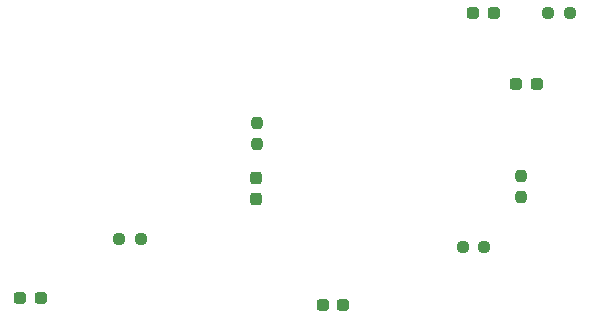
<source format=gbr>
%TF.GenerationSoftware,KiCad,Pcbnew,(6.0.1-0)*%
%TF.CreationDate,2022-08-29T12:54:46-04:00*%
%TF.ProjectId,Practice PCB,50726163-7469-4636-9520-5043422e6b69,rev?*%
%TF.SameCoordinates,Original*%
%TF.FileFunction,Paste,Top*%
%TF.FilePolarity,Positive*%
%FSLAX46Y46*%
G04 Gerber Fmt 4.6, Leading zero omitted, Abs format (unit mm)*
G04 Created by KiCad (PCBNEW (6.0.1-0)) date 2022-08-29 12:54:46*
%MOMM*%
%LPD*%
G01*
G04 APERTURE LIST*
G04 Aperture macros list*
%AMRoundRect*
0 Rectangle with rounded corners*
0 $1 Rounding radius*
0 $2 $3 $4 $5 $6 $7 $8 $9 X,Y pos of 4 corners*
0 Add a 4 corners polygon primitive as box body*
4,1,4,$2,$3,$4,$5,$6,$7,$8,$9,$2,$3,0*
0 Add four circle primitives for the rounded corners*
1,1,$1+$1,$2,$3*
1,1,$1+$1,$4,$5*
1,1,$1+$1,$6,$7*
1,1,$1+$1,$8,$9*
0 Add four rect primitives between the rounded corners*
20,1,$1+$1,$2,$3,$4,$5,0*
20,1,$1+$1,$4,$5,$6,$7,0*
20,1,$1+$1,$6,$7,$8,$9,0*
20,1,$1+$1,$8,$9,$2,$3,0*%
G04 Aperture macros list end*
%ADD10RoundRect,0.237500X0.287500X0.237500X-0.287500X0.237500X-0.287500X-0.237500X0.287500X-0.237500X0*%
%ADD11RoundRect,0.237500X0.237500X-0.250000X0.237500X0.250000X-0.237500X0.250000X-0.237500X-0.250000X0*%
%ADD12RoundRect,0.237500X-0.237500X0.287500X-0.237500X-0.287500X0.237500X-0.287500X0.237500X0.287500X0*%
%ADD13RoundRect,0.237500X-0.250000X-0.237500X0.250000X-0.237500X0.250000X0.237500X-0.250000X0.237500X0*%
G04 APERTURE END LIST*
D10*
%TO.C,D3*%
X74975000Y-68300000D03*
X73225000Y-68300000D03*
%TD*%
%TO.C,D1*%
X87710000Y-43600000D03*
X85960000Y-43600000D03*
%TD*%
D11*
%TO.C,R12*%
X67700000Y-54700000D03*
X67700000Y-52875000D03*
%TD*%
D12*
%TO.C,D4*%
X67600000Y-57587500D03*
X67600000Y-59337500D03*
%TD*%
D13*
%TO.C,R9*%
X85087500Y-63400000D03*
X86912500Y-63400000D03*
%TD*%
D10*
%TO.C,D2*%
X91350000Y-49600000D03*
X89600000Y-49600000D03*
%TD*%
D11*
%TO.C,R6*%
X90000000Y-59212500D03*
X90000000Y-57387500D03*
%TD*%
D13*
%TO.C,R3*%
X92310000Y-43600000D03*
X94135000Y-43600000D03*
%TD*%
%TO.C,R15*%
X55987500Y-62700000D03*
X57812500Y-62700000D03*
%TD*%
D10*
%TO.C,D5*%
X49375000Y-67700000D03*
X47625000Y-67700000D03*
%TD*%
M02*

</source>
